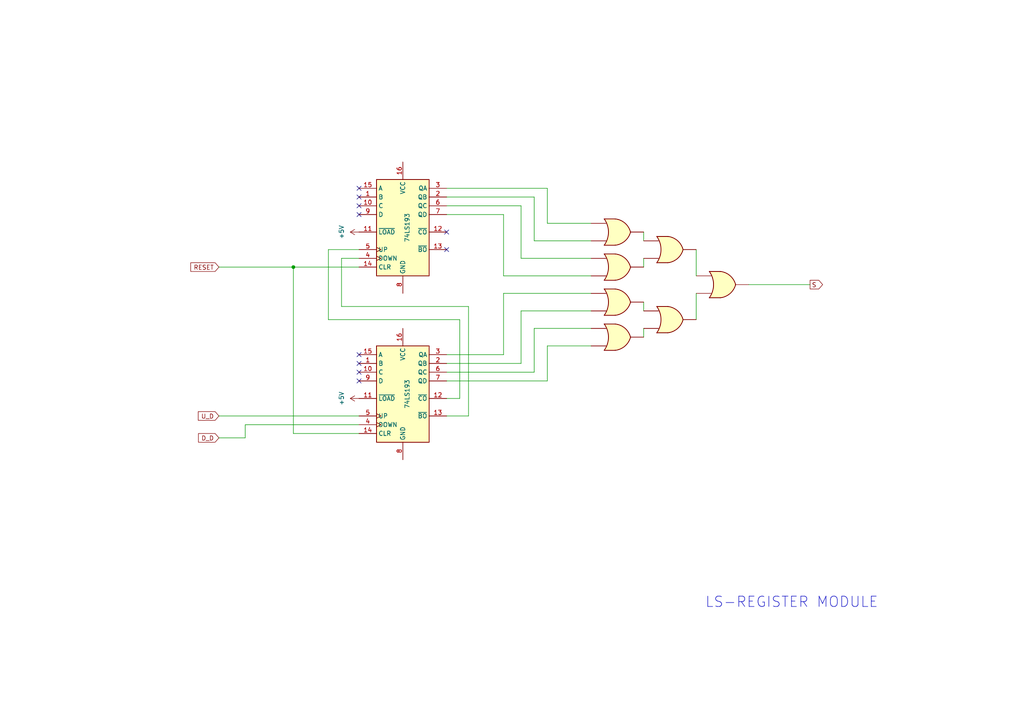
<source format=kicad_sch>
(kicad_sch (version 20230121) (generator eeschema)
  (paper "A4")
  (lib_symbols
    (symbol "74LS32_1" (pin_numbers hide) (pin_names (offset 1.016))
      (property "Reference" "U" (at 0 1.27 0))
      (property "Value" "74LS32" (at 0 -1.27 0))
      (symbol "74LS32_1_1_1"
        (arc (start -3.81 -3.81) (mid -2.589 0) (end -3.81 3.81) (stroke (width 0.254)))
        (arc (start -0.6096 -3.81) (mid 2.1842 -2.5851) (end 3.81 0) (stroke (width 0.254)) (fill (type background)))
        (polyline (pts (xy -3.81 -3.81) (xy -0.635 -3.81)) (stroke (width 0.254)) (fill (type background)))
        (polyline (pts (xy -3.81 3.81) (xy -0.635 3.81)) (stroke (width 0.254)) (fill (type background)))
        (polyline (pts (xy -0.635 3.81) (xy -3.81 3.81) (xy -3.81 3.81) (xy -3.556 3.4036) (xy -3.0226 2.2606) (xy -2.6924 1.0414) (xy -2.6162 -0.254) (xy -2.7686 -1.4986) (xy -3.175 -2.7178) (xy -3.81 -3.81) (xy -3.81 -3.81) (xy -0.635 -3.81)) (stroke (width -25.4)) (fill (type background)))
        (arc (start 3.81 0) (mid 2.1915 2.5936) (end -0.6096 3.81) (stroke (width 0.254)) (fill (type background)))
        (pin input line (at -7.62 2.54 0) (length 4.318) (name "~") (number "1"))
        (pin input line (at -7.62 -2.54 0) (length 4.318) (name "~") (number "2"))
        (pin output line (at 7.62 0 180) (length 3.81) (name "~") (number "3"))
      )
      (symbol "74LS32_1_1_2"
        (arc (start 0 -3.81) (mid 3.7934 0) (end 0 3.81) (stroke (width 0.254)) (fill (type background)))
        (polyline (pts (xy 0 3.81) (xy -3.81 3.81) (xy -3.81 -3.81) (xy 0 -3.81)) (stroke (width 0.254)) (fill (type background)))
        (pin input inverted (at -7.62 2.54 0) (length 3.81) (name "~") (number "1"))
        (pin input inverted (at -7.62 -2.54 0) (length 3.81) (name "~") (number "2"))
        (pin output inverted (at 7.62 0 180) (length 3.81) (name "~") (number "3"))
      )
      (symbol "74LS32_1_2_1"
        (arc (start -3.81 -3.81) (mid -2.589 0) (end -3.81 3.81) (stroke (width 0.254)))
        (arc (start -0.6096 -3.81) (mid 2.1842 -2.5851) (end 3.81 0) (stroke (width 0.254)) (fill (type background)))
        (polyline (pts (xy -3.81 -3.81) (xy -0.635 -3.81)) (stroke (width 0.254)) (fill (type background)))
        (polyline (pts (xy -3.81 3.81) (xy -0.635 3.81)) (stroke (width 0.254)) (fill (type background)))
        (polyline (pts (xy -0.635 3.81) (xy -3.81 3.81) (xy -3.81 3.81) (xy -3.556 3.4036) (xy -3.0226 2.2606) (xy -2.6924 1.0414) (xy -2.6162 -0.254) (xy -2.7686 -1.4986) (xy -3.175 -2.7178) (xy -3.81 -3.81) (xy -3.81 -3.81) (xy -0.635 -3.81)) (stroke (width -25.4)) (fill (type background)))
        (arc (start 3.81 0) (mid 2.1915 2.5936) (end -0.6096 3.81) (stroke (width 0.254)) (fill (type background)))
        (pin input line (at -7.62 2.54 0) (length 4.318) (name "~") (number "4"))
        (pin input line (at -7.62 -2.54 0) (length 4.318) (name "~") (number "5"))
        (pin output line (at 7.62 0 180) (length 3.81) (name "~") (number "6"))
      )
      (symbol "74LS32_1_2_2"
        (arc (start 0 -3.81) (mid 3.7934 0) (end 0 3.81) (stroke (width 0.254)) (fill (type background)))
        (polyline (pts (xy 0 3.81) (xy -3.81 3.81) (xy -3.81 -3.81) (xy 0 -3.81)) (stroke (width 0.254)) (fill (type background)))
        (pin input inverted (at -7.62 2.54 0) (length 3.81) (name "~") (number "4"))
        (pin input inverted (at -7.62 -2.54 0) (length 3.81) (name "~") (number "5"))
        (pin output inverted (at 7.62 0 180) (length 3.81) (name "~") (number "6"))
      )
      (symbol "74LS32_1_3_1"
        (arc (start -3.81 -3.81) (mid -2.589 0) (end -3.81 3.81) (stroke (width 0.254)))
        (arc (start -0.6096 -3.81) (mid 2.1842 -2.5851) (end 3.81 0) (stroke (width 0.254)) (fill (type background)))
        (polyline (pts (xy -3.81 -3.81) (xy -0.635 -3.81)) (stroke (width 0.254)) (fill (type background)))
        (polyline (pts (xy -3.81 3.81) (xy -0.635 3.81)) (stroke (width 0.254)) (fill (type background)))
        (polyline (pts (xy -0.635 3.81) (xy -3.81 3.81) (xy -3.81 3.81) (xy -3.556 3.4036) (xy -3.0226 2.2606) (xy -2.6924 1.0414) (xy -2.6162 -0.254) (xy -2.7686 -1.4986) (xy -3.175 -2.7178) (xy -3.81 -3.81) (xy -3.81 -3.81) (xy -0.635 -3.81)) (stroke (width -25.4)) (fill (type background)))
        (arc (start 3.81 0) (mid 2.1915 2.5936) (end -0.6096 3.81) (stroke (width 0.254)) (fill (type background)))
        (pin input line (at -7.62 -2.54 0) (length 4.318) (name "~") (number "10"))
        (pin output line (at 7.62 0 180) (length 3.81) (name "~") (number "8"))
        (pin input line (at -7.62 2.54 0) (length 4.318) (name "~") (number "9"))
      )
      (symbol "74LS32_1_3_2"
        (arc (start 0 -3.81) (mid 3.7934 0) (end 0 3.81) (stroke (width 0.254)) (fill (type background)))
        (polyline (pts (xy 0 3.81) (xy -3.81 3.81) (xy -3.81 -3.81) (xy 0 -3.81)) (stroke (width 0.254)) (fill (type background)))
        (pin input inverted (at -7.62 -2.54 0) (length 3.81) (name "~") (number "10"))
        (pin output inverted (at 7.62 0 180) (length 3.81) (name "~") (number "8"))
        (pin input inverted (at -7.62 2.54 0) (length 3.81) (name "~") (number "9"))
      )
      (symbol "74LS32_1_4_1"
        (arc (start -3.81 -3.81) (mid -2.589 0) (end -3.81 3.81) (stroke (width 0.254)))
        (arc (start -0.6096 -3.81) (mid 2.1842 -2.5851) (end 3.81 0) (stroke (width 0.254)) (fill (type background)))
        (polyline (pts (xy -3.81 -3.81) (xy -0.635 -3.81)) (stroke (width 0.254)) (fill (type background)))
        (polyline (pts (xy -3.81 3.81) (xy -0.635 3.81)) (stroke (width 0.254)) (fill (type background)))
        (polyline (pts (xy -0.635 3.81) (xy -3.81 3.81) (xy -3.81 3.81) (xy -3.556 3.4036) (xy -3.0226 2.2606) (xy -2.6924 1.0414) (xy -2.6162 -0.254) (xy -2.7686 -1.4986) (xy -3.175 -2.7178) (xy -3.81 -3.81) (xy -3.81 -3.81) (xy -0.635 -3.81)) (stroke (width -25.4)) (fill (type background)))
        (arc (start 3.81 0) (mid 2.1915 2.5936) (end -0.6096 3.81) (stroke (width 0.254)) (fill (type background)))
        (pin output line (at 7.62 0 180) (length 3.81) (name "~") (number "11"))
        (pin input line (at -7.62 2.54 0) (length 4.318) (name "~") (number "12"))
        (pin input line (at -7.62 -2.54 0) (length 4.318) (name "~") (number "13"))
      )
      (symbol "74LS32_1_4_2"
        (arc (start 0 -3.81) (mid 3.7934 0) (end 0 3.81) (stroke (width 0.254)) (fill (type background)))
        (polyline (pts (xy 0 3.81) (xy -3.81 3.81) (xy -3.81 -3.81) (xy 0 -3.81)) (stroke (width 0.254)) (fill (type background)))
        (pin output inverted (at 7.62 0 180) (length 3.81) (name "~") (number "11"))
        (pin input inverted (at -7.62 2.54 0) (length 3.81) (name "~") (number "12"))
        (pin input inverted (at -7.62 -2.54 0) (length 3.81) (name "~") (number "13"))
      )
      (symbol "74LS32_1_5_0"
        (pin power_in line (at 0 12.7 270) (length 5.08) (name "VCC") (number "14"))
        (pin power_in line (at 0 -12.7 90) (length 5.08) (name "GND") (number "7"))
      )
      (symbol "74LS32_1_5_1"
        (rectangle (start -5.08 7.62) (end 5.08 -7.62) (stroke (width 0.254)) (fill (type background)))
      )
    )
    (symbol "74LS32_2" (pin_numbers hide) (pin_names (offset 1.016))
      (property "Reference" "U" (at 0 1.27 0))
      (property "Value" "74LS32" (at 0 -1.27 0))
      (symbol "74LS32_2_1_1"
        (arc (start -3.81 -3.81) (mid -2.589 0) (end -3.81 3.81) (stroke (width 0.254)))
        (arc (start -0.6096 -3.81) (mid 2.1842 -2.5851) (end 3.81 0) (stroke (width 0.254)) (fill (type background)))
        (polyline (pts (xy -3.81 -3.81) (xy -0.635 -3.81)) (stroke (width 0.254)) (fill (type background)))
        (polyline (pts (xy -3.81 3.81) (xy -0.635 3.81)) (stroke (width 0.254)) (fill (type background)))
        (polyline (pts (xy -0.635 3.81) (xy -3.81 3.81) (xy -3.81 3.81) (xy -3.556 3.4036) (xy -3.0226 2.2606) (xy -2.6924 1.0414) (xy -2.6162 -0.254) (xy -2.7686 -1.4986) (xy -3.175 -2.7178) (xy -3.81 -3.81) (xy -3.81 -3.81) (xy -0.635 -3.81)) (stroke (width -25.4)) (fill (type background)))
        (arc (start 3.81 0) (mid 2.1915 2.5936) (end -0.6096 3.81) (stroke (width 0.254)) (fill (type background)))
        (pin input line (at -7.62 2.54 0) (length 4.318) (name "~") (number "1"))
        (pin input line (at -7.62 -2.54 0) (length 4.318) (name "~") (number "2"))
        (pin output line (at 7.62 0 180) (length 3.81) (name "~") (number "3"))
      )
      (symbol "74LS32_2_1_2"
        (arc (start 0 -3.81) (mid 3.7934 0) (end 0 3.81) (stroke (width 0.254)) (fill (type background)))
        (polyline (pts (xy 0 3.81) (xy -3.81 3.81) (xy -3.81 -3.81) (xy 0 -3.81)) (stroke (width 0.254)) (fill (type background)))
        (pin input inverted (at -7.62 2.54 0) (length 3.81) (name "~") (number "1"))
        (pin input inverted (at -7.62 -2.54 0) (length 3.81) (name "~") (number "2"))
        (pin output inverted (at 7.62 0 180) (length 3.81) (name "~") (number "3"))
      )
      (symbol "74LS32_2_2_1"
        (arc (start -3.81 -3.81) (mid -2.589 0) (end -3.81 3.81) (stroke (width 0.254)))
        (arc (start -0.6096 -3.81) (mid 2.1842 -2.5851) (end 3.81 0) (stroke (width 0.254)) (fill (type background)))
        (polyline (pts (xy -3.81 -3.81) (xy -0.635 -3.81)) (stroke (width 0.254)) (fill (type background)))
        (polyline (pts (xy -3.81 3.81) (xy -0.635 3.81)) (stroke (width 0.254)) (fill (type background)))
        (polyline (pts (xy -0.635 3.81) (xy -3.81 3.81) (xy -3.81 3.81) (xy -3.556 3.4036) (xy -3.0226 2.2606) (xy -2.6924 1.0414) (xy -2.6162 -0.254) (xy -2.7686 -1.4986) (xy -3.175 -2.7178) (xy -3.81 -3.81) (xy -3.81 -3.81) (xy -0.635 -3.81)) (stroke (width -25.4)) (fill (type background)))
        (arc (start 3.81 0) (mid 2.1915 2.5936) (end -0.6096 3.81) (stroke (width 0.254)) (fill (type background)))
        (pin input line (at -7.62 2.54 0) (length 4.318) (name "~") (number "4"))
        (pin input line (at -7.62 -2.54 0) (length 4.318) (name "~") (number "5"))
        (pin output line (at 7.62 0 180) (length 3.81) (name "~") (number "6"))
      )
      (symbol "74LS32_2_2_2"
        (arc (start 0 -3.81) (mid 3.7934 0) (end 0 3.81) (stroke (width 0.254)) (fill (type background)))
        (polyline (pts (xy 0 3.81) (xy -3.81 3.81) (xy -3.81 -3.81) (xy 0 -3.81)) (stroke (width 0.254)) (fill (type background)))
        (pin input inverted (at -7.62 2.54 0) (length 3.81) (name "~") (number "4"))
        (pin input inverted (at -7.62 -2.54 0) (length 3.81) (name "~") (number "5"))
        (pin output inverted (at 7.62 0 180) (length 3.81) (name "~") (number "6"))
      )
      (symbol "74LS32_2_3_1"
        (arc (start -3.81 -3.81) (mid -2.589 0) (end -3.81 3.81) (stroke (width 0.254)))
        (arc (start -0.6096 -3.81) (mid 2.1842 -2.5851) (end 3.81 0) (stroke (width 0.254)) (fill (type background)))
        (polyline (pts (xy -3.81 -3.81) (xy -0.635 -3.81)) (stroke (width 0.254)) (fill (type background)))
        (polyline (pts (xy -3.81 3.81) (xy -0.635 3.81)) (stroke (width 0.254)) (fill (type background)))
        (polyline (pts (xy -0.635 3.81) (xy -3.81 3.81) (xy -3.81 3.81) (xy -3.556 3.4036) (xy -3.0226 2.2606) (xy -2.6924 1.0414) (xy -2.6162 -0.254) (xy -2.7686 -1.4986) (xy -3.175 -2.7178) (xy -3.81 -3.81) (xy -3.81 -3.81) (xy -0.635 -3.81)) (stroke (width -25.4)) (fill (type background)))
        (arc (start 3.81 0) (mid 2.1915 2.5936) (end -0.6096 3.81) (stroke (width 0.254)) (fill (type background)))
        (pin input line (at -7.62 -2.54 0) (length 4.318) (name "~") (number "10"))
        (pin output line (at 7.62 0 180) (length 3.81) (name "~") (number "8"))
        (pin input line (at -7.62 2.54 0) (length 4.318) (name "~") (number "9"))
      )
      (symbol "74LS32_2_3_2"
        (arc (start 0 -3.81) (mid 3.7934 0) (end 0 3.81) (stroke (width 0.254)) (fill (type background)))
        (polyline (pts (xy 0 3.81) (xy -3.81 3.81) (xy -3.81 -3.81) (xy 0 -3.81)) (stroke (width 0.254)) (fill (type background)))
        (pin input inverted (at -7.62 -2.54 0) (length 3.81) (name "~") (number "10"))
        (pin output inverted (at 7.62 0 180) (length 3.81) (name "~") (number "8"))
        (pin input inverted (at -7.62 2.54 0) (length 3.81) (name "~") (number "9"))
      )
      (symbol "74LS32_2_4_1"
        (arc (start -3.81 -3.81) (mid -2.589 0) (end -3.81 3.81) (stroke (width 0.254)))
        (arc (start -0.6096 -3.81) (mid 2.1842 -2.5851) (end 3.81 0) (stroke (width 0.254)) (fill (type background)))
        (polyline (pts (xy -3.81 -3.81) (xy -0.635 -3.81)) (stroke (width 0.254)) (fill (type background)))
        (polyline (pts (xy -3.81 3.81) (xy -0.635 3.81)) (stroke (width 0.254)) (fill (type background)))
        (polyline (pts (xy -0.635 3.81) (xy -3.81 3.81) (xy -3.81 3.81) (xy -3.556 3.4036) (xy -3.0226 2.2606) (xy -2.6924 1.0414) (xy -2.6162 -0.254) (xy -2.7686 -1.4986) (xy -3.175 -2.7178) (xy -3.81 -3.81) (xy -3.81 -3.81) (xy -0.635 -3.81)) (stroke (width -25.4)) (fill (type background)))
        (arc (start 3.81 0) (mid 2.1915 2.5936) (end -0.6096 3.81) (stroke (width 0.254)) (fill (type background)))
        (pin output line (at 7.62 0 180) (length 3.81) (name "~") (number "11"))
        (pin input line (at -7.62 2.54 0) (length 4.318) (name "~") (number "12"))
        (pin input line (at -7.62 -2.54 0) (length 4.318) (name "~") (number "13"))
      )
      (symbol "74LS32_2_4_2"
        (arc (start 0 -3.81) (mid 3.7934 0) (end 0 3.81) (stroke (width 0.254)) (fill (type background)))
        (polyline (pts (xy 0 3.81) (xy -3.81 3.81) (xy -3.81 -3.81) (xy 0 -3.81)) (stroke (width 0.254)) (fill (type background)))
        (pin output inverted (at 7.62 0 180) (length 3.81) (name "~") (number "11"))
        (pin input inverted (at -7.62 2.54 0) (length 3.81) (name "~") (number "12"))
        (pin input inverted (at -7.62 -2.54 0) (length 3.81) (name "~") (number "13"))
      )
      (symbol "74LS32_2_5_0"
        (pin power_in line (at 0 12.7 270) (length 5.08) (name "VCC") (number "14"))
        (pin power_in line (at 0 -12.7 90) (length 5.08) (name "GND") (number "7"))
      )
      (symbol "74LS32_2_5_1"
        (rectangle (start -5.08 7.62) (end 5.08 -7.62) (stroke (width 0.254)) (fill (type background)))
      )
    )
    (symbol "74LS32_3" (pin_numbers hide) (pin_names (offset 1.016))
      (property "Reference" "U" (at 0 1.27 0))
      (property "Value" "74LS32" (at 0 -1.27 0))
      (symbol "74LS32_3_1_1"
        (arc (start -3.81 -3.81) (mid -2.589 0) (end -3.81 3.81) (stroke (width 0.254)))
        (arc (start -0.6096 -3.81) (mid 2.1842 -2.5851) (end 3.81 0) (stroke (width 0.254)) (fill (type background)))
        (polyline (pts (xy -3.81 -3.81) (xy -0.635 -3.81)) (stroke (width 0.254)) (fill (type background)))
        (polyline (pts (xy -3.81 3.81) (xy -0.635 3.81)) (stroke (width 0.254)) (fill (type background)))
        (polyline (pts (xy -0.635 3.81) (xy -3.81 3.81) (xy -3.81 3.81) (xy -3.556 3.4036) (xy -3.0226 2.2606) (xy -2.6924 1.0414) (xy -2.6162 -0.254) (xy -2.7686 -1.4986) (xy -3.175 -2.7178) (xy -3.81 -3.81) (xy -3.81 -3.81) (xy -0.635 -3.81)) (stroke (width -25.4)) (fill (type background)))
        (arc (start 3.81 0) (mid 2.1915 2.5936) (end -0.6096 3.81) (stroke (width 0.254)) (fill (type background)))
        (pin input line (at -7.62 2.54 0) (length 4.318) (name "~") (number "1"))
        (pin input line (at -7.62 -2.54 0) (length 4.318) (name "~") (number "2"))
        (pin output line (at 7.62 0 180) (length 3.81) (name "~") (number "3"))
      )
      (symbol "74LS32_3_1_2"
        (arc (start 0 -3.81) (mid 3.7934 0) (end 0 3.81) (stroke (width 0.254)) (fill (type background)))
        (polyline (pts (xy 0 3.81) (xy -3.81 3.81) (xy -3.81 -3.81) (xy 0 -3.81)) (stroke (width 0.254)) (fill (type background)))
        (pin input inverted (at -7.62 2.54 0) (length 3.81) (name "~") (number "1"))
        (pin input inverted (at -7.62 -2.54 0) (length 3.81) (name "~") (number "2"))
        (pin output inverted (at 7.62 0 180) (length 3.81) (name "~") (number "3"))
      )
      (symbol "74LS32_3_2_1"
        (arc (start -3.81 -3.81) (mid -2.589 0) (end -3.81 3.81) (stroke (width 0.254)))
        (arc (start -0.6096 -3.81) (mid 2.1842 -2.5851) (end 3.81 0) (stroke (width 0.254)) (fill (type background)))
        (polyline (pts (xy -3.81 -3.81) (xy -0.635 -3.81)) (stroke (width 0.254)) (fill (type background)))
        (polyline (pts (xy -3.81 3.81) (xy -0.635 3.81)) (stroke (width 0.254)) (fill (type background)))
        (polyline (pts (xy -0.635 3.81) (xy -3.81 3.81) (xy -3.81 3.81) (xy -3.556 3.4036) (xy -3.0226 2.2606) (xy -2.6924 1.0414) (xy -2.6162 -0.254) (xy -2.7686 -1.4986) (xy -3.175 -2.7178) (xy -3.81 -3.81) (xy -3.81 -3.81) (xy -0.635 -3.81)) (stroke (width -25.4)) (fill (type background)))
        (arc (start 3.81 0) (mid 2.1915 2.5936) (end -0.6096 3.81) (stroke (width 0.254)) (fill (type background)))
        (pin input line (at -7.62 2.54 0) (length 4.318) (name "~") (number "4"))
        (pin input line (at -7.62 -2.54 0) (length 4.318) (name "~") (number "5"))
        (pin output line (at 7.62 0 180) (length 3.81) (name "~") (number "6"))
      )
      (symbol "74LS32_3_2_2"
        (arc (start 0 -3.81) (mid 3.7934 0) (end 0 3.81) (stroke (width 0.254)) (fill (type background)))
        (polyline (pts (xy 0 3.81) (xy -3.81 3.81) (xy -3.81 -3.81) (xy 0 -3.81)) (stroke (width 0.254)) (fill (type background)))
        (pin input inverted (at -7.62 2.54 0) (length 3.81) (name "~") (number "4"))
        (pin input inverted (at -7.62 -2.54 0) (length 3.81) (name "~") (number "5"))
        (pin output inverted (at 7.62 0 180) (length 3.81) (name "~") (number "6"))
      )
      (symbol "74LS32_3_3_1"
        (arc (start -3.81 -3.81) (mid -2.589 0) (end -3.81 3.81) (stroke (width 0.254)))
        (arc (start -0.6096 -3.81) (mid 2.1842 -2.5851) (end 3.81 0) (stroke (width 0.254)) (fill (type background)))
        (polyline (pts (xy -3.81 -3.81) (xy -0.635 -3.81)) (stroke (width 0.254)) (fill (type background)))
        (polyline (pts (xy -3.81 3.81) (xy -0.635 3.81)) (stroke (width 0.254)) (fill (type background)))
        (polyline (pts (xy -0.635 3.81) (xy -3.81 3.81) (xy -3.81 3.81) (xy -3.556 3.4036) (xy -3.0226 2.2606) (xy -2.6924 1.0414) (xy -2.6162 -0.254) (xy -2.7686 -1.4986) (xy -3.175 -2.7178) (xy -3.81 -3.81) (xy -3.81 -3.81) (xy -0.635 -3.81)) (stroke (width -25.4)) (fill (type background)))
        (arc (start 3.81 0) (mid 2.1915 2.5936) (end -0.6096 3.81) (stroke (width 0.254)) (fill (type background)))
        (pin input line (at -7.62 -2.54 0) (length 4.318) (name "~") (number "10"))
        (pin output line (at 7.62 0 180) (length 3.81) (name "~") (number "8"))
        (pin input line (at -7.62 2.54 0) (length 4.318) (name "~") (number "9"))
      )
      (symbol "74LS32_3_3_2"
        (arc (start 0 -3.81) (mid 3.7934 0) (end 0 3.81) (stroke (width 0.254)) (fill (type background)))
        (polyline (pts (xy 0 3.81) (xy -3.81 3.81) (xy -3.81 -3.81) (xy 0 -3.81)) (stroke (width 0.254)) (fill (type background)))
        (pin input inverted (at -7.62 -2.54 0) (length 3.81) (name "~") (number "10"))
        (pin output inverted (at 7.62 0 180) (length 3.81) (name "~") (number "8"))
        (pin input inverted (at -7.62 2.54 0) (length 3.81) (name "~") (number "9"))
      )
      (symbol "74LS32_3_4_1"
        (arc (start -3.81 -3.81) (mid -2.589 0) (end -3.81 3.81) (stroke (width 0.254)))
        (arc (start -0.6096 -3.81) (mid 2.1842 -2.5851) (end 3.81 0) (stroke (width 0.254)) (fill (type background)))
        (polyline (pts (xy -3.81 -3.81) (xy -0.635 -3.81)) (stroke (width 0.254)) (fill (type background)))
        (polyline (pts (xy -3.81 3.81) (xy -0.635 3.81)) (stroke (width 0.254)) (fill (type background)))
        (polyline (pts (xy -0.635 3.81) (xy -3.81 3.81) (xy -3.81 3.81) (xy -3.556 3.4036) (xy -3.0226 2.2606) (xy -2.6924 1.0414) (xy -2.6162 -0.254) (xy -2.7686 -1.4986) (xy -3.175 -2.7178) (xy -3.81 -3.81) (xy -3.81 -3.81) (xy -0.635 -3.81)) (stroke (width -25.4)) (fill (type background)))
        (arc (start 3.81 0) (mid 2.1915 2.5936) (end -0.6096 3.81) (stroke (width 0.254)) (fill (type background)))
        (pin output line (at 7.62 0 180) (length 3.81) (name "~") (number "11"))
        (pin input line (at -7.62 2.54 0) (length 4.318) (name "~") (number "12"))
        (pin input line (at -7.62 -2.54 0) (length 4.318) (name "~") (number "13"))
      )
      (symbol "74LS32_3_4_2"
        (arc (start 0 -3.81) (mid 3.7934 0) (end 0 3.81) (stroke (width 0.254)) (fill (type background)))
        (polyline (pts (xy 0 3.81) (xy -3.81 3.81) (xy -3.81 -3.81) (xy 0 -3.81)) (stroke (width 0.254)) (fill (type background)))
        (pin output inverted (at 7.62 0 180) (length 3.81) (name "~") (number "11"))
        (pin input inverted (at -7.62 2.54 0) (length 3.81) (name "~") (number "12"))
        (pin input inverted (at -7.62 -2.54 0) (length 3.81) (name "~") (number "13"))
      )
      (symbol "74LS32_3_5_0"
        (pin power_in line (at 0 12.7 270) (length 5.08) (name "VCC") (number "14"))
        (pin power_in line (at 0 -12.7 90) (length 5.08) (name "GND") (number "7"))
      )
      (symbol "74LS32_3_5_1"
        (rectangle (start -5.08 7.62) (end 5.08 -7.62) (stroke (width 0.254)) (fill (type background)))
      )
    )
    (symbol "74LS32_4" (pin_numbers hide) (pin_names (offset 1.016))
      (property "Reference" "U" (at 0 1.27 0))
      (property "Value" "74LS32" (at 0 -1.27 0))
      (symbol "74LS32_4_1_1"
        (arc (start -3.81 -3.81) (mid -2.589 0) (end -3.81 3.81) (stroke (width 0.254)))
        (arc (start -0.6096 -3.81) (mid 2.1842 -2.5851) (end 3.81 0) (stroke (width 0.254)) (fill (type background)))
        (polyline (pts (xy -3.81 -3.81) (xy -0.635 -3.81)) (stroke (width 0.254)) (fill (type background)))
        (polyline (pts (xy -3.81 3.81) (xy -0.635 3.81)) (stroke (width 0.254)) (fill (type background)))
        (polyline (pts (xy -0.635 3.81) (xy -3.81 3.81) (xy -3.81 3.81) (xy -3.556 3.4036) (xy -3.0226 2.2606) (xy -2.6924 1.0414) (xy -2.6162 -0.254) (xy -2.7686 -1.4986) (xy -3.175 -2.7178) (xy -3.81 -3.81) (xy -3.81 -3.81) (xy -0.635 -3.81)) (stroke (width -25.4)) (fill (type background)))
        (arc (start 3.81 0) (mid 2.1915 2.5936) (end -0.6096 3.81) (stroke (width 0.254)) (fill (type background)))
        (pin input line (at -7.62 2.54 0) (length 4.318) (name "~") (number "1"))
        (pin input line (at -7.62 -2.54 0) (length 4.318) (name "~") (number "2"))
        (pin output line (at 7.62 0 180) (length 3.81) (name "~") (number "3"))
      )
      (symbol "74LS32_4_1_2"
        (arc (start 0 -3.81) (mid 3.7934 0) (end 0 3.81) (stroke (width 0.254)) (fill (type background)))
        (polyline (pts (xy 0 3.81) (xy -3.81 3.81) (xy -3.81 -3.81) (xy 0 -3.81)) (stroke (width 0.254)) (fill (type background)))
        (pin input inverted (at -7.62 2.54 0) (length 3.81) (name "~") (number "1"))
        (pin input inverted (at -7.62 -2.54 0) (length 3.81) (name "~") (number "2"))
        (pin output inverted (at 7.62 0 180) (length 3.81) (name "~") (number "3"))
      )
      (symbol "74LS32_4_2_1"
        (arc (start -3.81 -3.81) (mid -2.589 0) (end -3.81 3.81) (stroke (width 0.254)))
        (arc (start -0.6096 -3.81) (mid 2.1842 -2.5851) (end 3.81 0) (stroke (width 0.254)) (fill (type background)))
        (polyline (pts (xy -3.81 -3.81) (xy -0.635 -3.81)) (stroke (width 0.254)) (fill (type background)))
        (polyline (pts (xy -3.81 3.81) (xy -0.635 3.81)) (stroke (width 0.254)) (fill (type background)))
        (polyline (pts (xy -0.635 3.81) (xy -3.81 3.81) (xy -3.81 3.81) (xy -3.556 3.4036) (xy -3.0226 2.2606) (xy -2.6924 1.0414) (xy -2.6162 -0.254) (xy -2.7686 -1.4986) (xy -3.175 -2.7178) (xy -3.81 -3.81) (xy -3.81 -3.81) (xy -0.635 -3.81)) (stroke (width -25.4)) (fill (type background)))
        (arc (start 3.81 0) (mid 2.1915 2.5936) (end -0.6096 3.81) (stroke (width 0.254)) (fill (type background)))
        (pin input line (at -7.62 2.54 0) (length 4.318) (name "~") (number "4"))
        (pin input line (at -7.62 -2.54 0) (length 4.318) (name "~") (number "5"))
        (pin output line (at 7.62 0 180) (length 3.81) (name "~") (number "6"))
      )
      (symbol "74LS32_4_2_2"
        (arc (start 0 -3.81) (mid 3.7934 0) (end 0 3.81) (stroke (width 0.254)) (fill (type background)))
        (polyline (pts (xy 0 3.81) (xy -3.81 3.81) (xy -3.81 -3.81) (xy 0 -3.81)) (stroke (width 0.254)) (fill (type background)))
        (pin input inverted (at -7.62 2.54 0) (length 3.81) (name "~") (number "4"))
        (pin input inverted (at -7.62 -2.54 0) (length 3.81) (name "~") (number "5"))
        (pin output inverted (at 7.62 0 180) (length 3.81) (name "~") (number "6"))
      )
      (symbol "74LS32_4_3_1"
        (arc (start -3.81 -3.81) (mid -2.589 0) (end -3.81 3.81) (stroke (width 0.254)))
        (arc (start -0.6096 -3.81) (mid 2.1842 -2.5851) (end 3.81 0) (stroke (width 0.254)) (fill (type background)))
        (polyline (pts (xy -3.81 -3.81) (xy -0.635 -3.81)) (stroke (width 0.254)) (fill (type background)))
        (polyline (pts (xy -3.81 3.81) (xy -0.635 3.81)) (stroke (width 0.254)) (fill (type background)))
        (polyline (pts (xy -0.635 3.81) (xy -3.81 3.81) (xy -3.81 3.81) (xy -3.556 3.4036) (xy -3.0226 2.2606) (xy -2.6924 1.0414) (xy -2.6162 -0.254) (xy -2.7686 -1.4986) (xy -3.175 -2.7178) (xy -3.81 -3.81) (xy -3.81 -3.81) (xy -0.635 -3.81)) (stroke (width -25.4)) (fill (type background)))
        (arc (start 3.81 0) (mid 2.1915 2.5936) (end -0.6096 3.81) (stroke (width 0.254)) (fill (type background)))
        (pin input line (at -7.62 -2.54 0) (length 4.318) (name "~") (number "10"))
        (pin output line (at 7.62 0 180) (length 3.81) (name "~") (number "8"))
        (pin input line (at -7.62 2.54 0) (length 4.318) (name "~") (number "9"))
      )
      (symbol "74LS32_4_3_2"
        (arc (start 0 -3.81) (mid 3.7934 0) (end 0 3.81) (stroke (width 0.254)) (fill (type background)))
        (polyline (pts (xy 0 3.81) (xy -3.81 3.81) (xy -3.81 -3.81) (xy 0 -3.81)) (stroke (width 0.254)) (fill (type background)))
        (pin input inverted (at -7.62 -2.54 0) (length 3.81) (name "~") (number "10"))
        (pin output inverted (at 7.62 0 180) (length 3.81) (name "~") (number "8"))
        (pin input inverted (at -7.62 2.54 0) (length 3.81) (name "~") (number "9"))
      )
      (symbol "74LS32_4_4_1"
        (arc (start -3.81 -3.81) (mid -2.589 0) (end -3.81 3.81) (stroke (width 0.254)))
        (arc (start -0.6096 -3.81) (mid 2.1842 -2.5851) (end 3.81 0) (stroke (width 0.254)) (fill (type background)))
        (polyline (pts (xy -3.81 -3.81) (xy -0.635 -3.81)) (stroke (width 0.254)) (fill (type background)))
        (polyline (pts (xy -3.81 3.81) (xy -0.635 3.81)) (stroke (width 0.254)) (fill (type background)))
        (polyline (pts (xy -0.635 3.81) (xy -3.81 3.81) (xy -3.81 3.81) (xy -3.556 3.4036) (xy -3.0226 2.2606) (xy -2.6924 1.0414) (xy -2.6162 -0.254) (xy -2.7686 -1.4986) (xy -3.175 -2.7178) (xy -3.81 -3.81) (xy -3.81 -3.81) (xy -0.635 -3.81)) (stroke (width -25.4)) (fill (type background)))
        (arc (start 3.81 0) (mid 2.1915 2.5936) (end -0.6096 3.81) (stroke (width 0.254)) (fill (type background)))
        (pin output line (at 7.62 0 180) (length 3.81) (name "~") (number "11"))
        (pin input line (at -7.62 2.54 0) (length 4.318) (name "~") (number "12"))
        (pin input line (at -7.62 -2.54 0) (length 4.318) (name "~") (number "13"))
      )
      (symbol "74LS32_4_4_2"
        (arc (start 0 -3.81) (mid 3.7934 0) (end 0 3.81) (stroke (width 0.254)) (fill (type background)))
        (polyline (pts (xy 0 3.81) (xy -3.81 3.81) (xy -3.81 -3.81) (xy 0 -3.81)) (stroke (width 0.254)) (fill (type background)))
        (pin output inverted (at 7.62 0 180) (length 3.81) (name "~") (number "11"))
        (pin input inverted (at -7.62 2.54 0) (length 3.81) (name "~") (number "12"))
        (pin input inverted (at -7.62 -2.54 0) (length 3.81) (name "~") (number "13"))
      )
      (symbol "74LS32_4_5_0"
        (pin power_in line (at 0 12.7 270) (length 5.08) (name "VCC") (number "14"))
        (pin power_in line (at 0 -12.7 90) (length 5.08) (name "GND") (number "7"))
      )
      (symbol "74LS32_4_5_1"
        (rectangle (start -5.08 7.62) (end 5.08 -7.62) (stroke (width 0.254)) (fill (type background)))
      )
    )
    (symbol "74LS32_5" (pin_numbers hide) (pin_names (offset 1.016))
      (property "Reference" "U" (at 0 1.27 0))
      (property "Value" "74LS32" (at 0 -1.27 0))
      (symbol "74LS32_5_1_1"
        (arc (start -3.81 -3.81) (mid -2.589 0) (end -3.81 3.81) (stroke (width 0.254)))
        (arc (start -0.6096 -3.81) (mid 2.1842 -2.5851) (end 3.81 0) (stroke (width 0.254)) (fill (type background)))
        (polyline (pts (xy -3.81 -3.81) (xy -0.635 -3.81)) (stroke (width 0.254)) (fill (type background)))
        (polyline (pts (xy -3.81 3.81) (xy -0.635 3.81)) (stroke (width 0.254)) (fill (type background)))
        (polyline (pts (xy -0.635 3.81) (xy -3.81 3.81) (xy -3.81 3.81) (xy -3.556 3.4036) (xy -3.0226 2.2606) (xy -2.6924 1.0414) (xy -2.6162 -0.254) (xy -2.7686 -1.4986) (xy -3.175 -2.7178) (xy -3.81 -3.81) (xy -3.81 -3.81) (xy -0.635 -3.81)) (stroke (width -25.4)) (fill (type background)))
        (arc (start 3.81 0) (mid 2.1915 2.5936) (end -0.6096 3.81) (stroke (width 0.254)) (fill (type background)))
        (pin input line (at -7.62 2.54 0) (length 4.318) (name "~") (number "1"))
        (pin input line (at -7.62 -2.54 0) (length 4.318) (name "~") (number "2"))
        (pin output line (at 7.62 0 180) (length 3.81) (name "~") (number "3"))
      )
      (symbol "74LS32_5_1_2"
        (arc (start 0 -3.81) (mid 3.7934 0) (end 0 3.81) (stroke (width 0.254)) (fill (type background)))
        (polyline (pts (xy 0 3.81) (xy -3.81 3.81) (xy -3.81 -3.81) (xy 0 -3.81)) (stroke (width 0.254)) (fill (type background)))
        (pin input inverted (at -7.62 2.54 0) (length 3.81) (name "~") (number "1"))
        (pin input inverted (at -7.62 -2.54 0) (length 3.81) (name "~") (number "2"))
        (pin output inverted (at 7.62 0 180) (length 3.81) (name "~") (number "3"))
      )
      (symbol "74LS32_5_2_1"
        (arc (start -3.81 -3.81) (mid -2.589 0) (end -3.81 3.81) (stroke (width 0.254)))
        (arc (start -0.6096 -3.81) (mid 2.1842 -2.5851) (end 3.81 0) (stroke (width 0.254)) (fill (type background)))
        (polyline (pts (xy -3.81 -3.81) (xy -0.635 -3.81)) (stroke (width 0.254)) (fill (type background)))
        (polyline (pts (xy -3.81 3.81) (xy -0.635 3.81)) (stroke (width 0.254)) (fill (type background)))
        (polyline (pts (xy -0.635 3.81) (xy -3.81 3.81) (xy -3.81 3.81) (xy -3.556 3.4036) (xy -3.0226 2.2606) (xy -2.6924 1.0414) (xy -2.6162 -0.254) (xy -2.7686 -1.4986) (xy -3.175 -2.7178) (xy -3.81 -3.81) (xy -3.81 -3.81) (xy -0.635 -3.81)) (stroke (width -25.4)) (fill (type background)))
        (arc (start 3.81 0) (mid 2.1915 2.5936) (end -0.6096 3.81) (stroke (width 0.254)) (fill (type background)))
        (pin input line (at -7.62 2.54 0) (length 4.318) (name "~") (number "4"))
        (pin input line (at -7.62 -2.54 0) (length 4.318) (name "~") (number "5"))
        (pin output line (at 7.62 0 180) (length 3.81) (name "~") (number "6"))
      )
      (symbol "74LS32_5_2_2"
        (arc (start 0 -3.81) (mid 3.7934 0) (end 0 3.81) (stroke (width 0.254)) (fill (type background)))
        (polyline (pts (xy 0 3.81) (xy -3.81 3.81) (xy -3.81 -3.81) (xy 0 -3.81)) (stroke (width 0.254)) (fill (type background)))
        (pin input inverted (at -7.62 2.54 0) (length 3.81) (name "~") (number "4"))
        (pin input inverted (at -7.62 -2.54 0) (length 3.81) (name "~") (number "5"))
        (pin output inverted (at 7.62 0 180) (length 3.81) (name "~") (number "6"))
      )
      (symbol "74LS32_5_3_1"
        (arc (start -3.81 -3.81) (mid -2.589 0) (end -3.81 3.81) (stroke (width 0.254)))
        (arc (start -0.6096 -3.81) (mid 2.1842 -2.5851) (end 3.81 0) (stroke (width 0.254)) (fill (type background)))
        (polyline (pts (xy -3.81 -3.81) (xy -0.635 -3.81)) (stroke (width 0.254)) (fill (type background)))
        (polyline (pts (xy -3.81 3.81) (xy -0.635 3.81)) (stroke (width 0.254)) (fill (type background)))
        (polyline (pts (xy -0.635 3.81) (xy -3.81 3.81) (xy -3.81 3.81) (xy -3.556 3.4036) (xy -3.0226 2.2606) (xy -2.6924 1.0414) (xy -2.6162 -0.254) (xy -2.7686 -1.4986) (xy -3.175 -2.7178) (xy -3.81 -3.81) (xy -3.81 -3.81) (xy -0.635 -3.81)) (stroke (width -25.4)) (fill (type background)))
        (arc (start 3.81 0) (mid 2.1915 2.5936) (end -0.6096 3.81) (stroke (width 0.254)) (fill (type background)))
        (pin input line (at -7.62 -2.54 0) (length 4.318) (name "~") (number "10"))
        (pin output line (at 7.62 0 180) (length 3.81) (name "~") (number "8"))
        (pin input line (at -7.62 2.54 0) (length 4.318) (name "~") (number "9"))
      )
      (symbol "74LS32_5_3_2"
        (arc (start 0 -3.81) (mid 3.7934 0) (end 0 3.81) (stroke (width 0.254)) (fill (type background)))
        (polyline (pts (xy 0 3.81) (xy -3.81 3.81) (xy -3.81 -3.81) (xy 0 -3.81)) (stroke (width 0.254)) (fill (type background)))
        (pin input inverted (at -7.62 -2.54 0) (length 3.81) (name "~") (number "10"))
        (pin output inverted (at 7.62 0 180) (length 3.81) (name "~") (number "8"))
        (pin input inverted (at -7.62 2.54 0) (length 3.81) (name "~") (number "9"))
      )
      (symbol "74LS32_5_4_1"
        (arc (start -3.81 -3.81) (mid -2.589 0) (end -3.81 3.81) (stroke (width 0.254)))
        (arc (start -0.6096 -3.81) (mid 2.1842 -2.5851) (end 3.81 0) (stroke (width 0.254)) (fill (type background)))
        (polyline (pts (xy -3.81 -3.81) (xy -0.635 -3.81)) (stroke (width 0.254)) (fill (type background)))
        (polyline (pts (xy -3.81 3.81) (xy -0.635 3.81)) (stroke (width 0.254)) (fill (type background)))
        (polyline (pts (xy -0.635 3.81) (xy -3.81 3.81) (xy -3.81 3.81) (xy -3.556 3.4036) (xy -3.0226 2.2606) (xy -2.6924 1.0414) (xy -2.6162 -0.254) (xy -2.7686 -1.4986) (xy -3.175 -2.7178) (xy -3.81 -3.81) (xy -3.81 -3.81) (xy -0.635 -3.81)) (stroke (width -25.4)) (fill (type background)))
        (arc (start 3.81 0) (mid 2.1915 2.5936) (end -0.6096 3.81) (stroke (width 0.254)) (fill (type background)))
        (pin output line (at 7.62 0 180) (length 3.81) (name "~") (number "11"))
        (pin input line (at -7.62 2.54 0) (length 4.318) (name "~") (number "12"))
        (pin input line (at -7.62 -2.54 0) (length 4.318) (name "~") (number "13"))
      )
      (symbol "74LS32_5_4_2"
        (arc (start 0 -3.81) (mid 3.7934 0) (end 0 3.81) (stroke (width 0.254)) (fill (type background)))
        (polyline (pts (xy 0 3.81) (xy -3.81 3.81) (xy -3.81 -3.81) (xy 0 -3.81)) (stroke (width 0.254)) (fill (type background)))
        (pin output inverted (at 7.62 0 180) (length 3.81) (name "~") (number "11"))
        (pin input inverted (at -7.62 2.54 0) (length 3.81) (name "~") (number "12"))
        (pin input inverted (at -7.62 -2.54 0) (length 3.81) (name "~") (number "13"))
      )
      (symbol "74LS32_5_5_0"
        (pin power_in line (at 0 12.7 270) (length 5.08) (name "VCC") (number "14"))
        (pin power_in line (at 0 -12.7 90) (length 5.08) (name "GND") (number "7"))
      )
      (symbol "74LS32_5_5_1"
        (rectangle (start -5.08 7.62) (end 5.08 -7.62) (stroke (width 0.254)) (fill (type background)))
      )
    )
    (symbol "74LS32_6" (pin_numbers hide) (pin_names (offset 1.016))
      (property "Reference" "U" (at 0 1.27 0))
      (property "Value" "74LS32" (at 0 -1.27 0))
      (symbol "74LS32_6_1_1"
        (arc (start -3.81 -3.81) (mid -2.589 0) (end -3.81 3.81) (stroke (width 0.254)))
        (arc (start -0.6096 -3.81) (mid 2.1842 -2.5851) (end 3.81 0) (stroke (width 0.254)) (fill (type background)))
        (polyline (pts (xy -3.81 -3.81) (xy -0.635 -3.81)) (stroke (width 0.254)) (fill (type background)))
        (polyline (pts (xy -3.81 3.81) (xy -0.635 3.81)) (stroke (width 0.254)) (fill (type background)))
        (polyline (pts (xy -0.635 3.81) (xy -3.81 3.81) (xy -3.81 3.81) (xy -3.556 3.4036) (xy -3.0226 2.2606) (xy -2.6924 1.0414) (xy -2.6162 -0.254) (xy -2.7686 -1.4986) (xy -3.175 -2.7178) (xy -3.81 -3.81) (xy -3.81 -3.81) (xy -0.635 -3.81)) (stroke (width -25.4)) (fill (type background)))
        (arc (start 3.81 0) (mid 2.1915 2.5936) (end -0.6096 3.81) (stroke (width 0.254)) (fill (type background)))
        (pin input line (at -7.62 2.54 0) (length 4.318) (name "~") (number "1"))
        (pin input line (at -7.62 -2.54 0) (length 4.318) (name "~") (number "2"))
        (pin output line (at 7.62 0 180) (length 3.81) (name "~") (number "3"))
      )
      (symbol "74LS32_6_1_2"
        (arc (start 0 -3.81) (mid 3.7934 0) (end 0 3.81) (stroke (width 0.254)) (fill (type background)))
        (polyline (pts (xy 0 3.81) (xy -3.81 3.81) (xy -3.81 -3.81) (xy 0 -3.81)) (stroke (width 0.254)) (fill (type background)))
        (pin input inverted (at -7.62 2.54 0) (length 3.81) (name "~") (number "1"))
        (pin input inverted (at -7.62 -2.54 0) (length 3.81) (name "~") (number "2"))
        (pin output inverted (at 7.62 0 180) (length 3.81) (name "~") (number "3"))
      )
      (symbol "74LS32_6_2_1"
        (arc (start -3.81 -3.81) (mid -2.589 0) (end -3.81 3.81) (stroke (width 0.254)))
        (arc (start -0.6096 -3.81) (mid 2.1842 -2.5851) (end 3.81 0) (stroke (width 0.254)) (fill (type background)))
        (polyline (pts (xy -3.81 -3.81) (xy -0.635 -3.81)) (stroke (width 0.254)) (fill (type background)))
        (polyline (pts (xy -3.81 3.81) (xy -0.635 3.81)) (stroke (width 0.254)) (fill (type background)))
        (polyline (pts (xy -0.635 3.81) (xy -3.81 3.81) (xy -3.81 3.81) (xy -3.556 3.4036) (xy -3.0226 2.2606) (xy -2.6924 1.0414) (xy -2.6162 -0.254) (xy -2.7686 -1.4986) (xy -3.175 -2.7178) (xy -3.81 -3.81) (xy -3.81 -3.81) (xy -0.635 -3.81)) (stroke (width -25.4)) (fill (type background)))
        (arc (start 3.81 0) (mid 2.1915 2.5936) (end -0.6096 3.81) (stroke (width 0.254)) (fill (type background)))
        (pin input line (at -7.62 2.54 0) (length 4.318) (name "~") (number "4"))
        (pin input line (at -7.62 -2.54 0) (length 4.318) (name "~") (number "5"))
        (pin output line (at 7.62 0 180) (length 3.81) (name "~") (number "6"))
      )
      (symbol "74LS32_6_2_2"
        (arc (start 0 -3.81) (mid 3.7934 0) (end 0 3.81) (stroke (width 0.254)) (fill (type background)))
        (polyline (pts (xy 0 3.81) (xy -3.81 3.81) (xy -3.81 -3.81) (xy 0 -3.81)) (stroke (width 0.254)) (fill (type background)))
        (pin input inverted (at -7.62 2.54 0) (length 3.81) (name "~") (number "4"))
        (pin input inverted (at -7.62 -2.54 0) (length 3.81) (name "~") (number "5"))
        (pin output inverted (at 7.62 0 180) (length 3.81) (name "~") (number "6"))
      )
      (symbol "74LS32_6_3_1"
        (arc (start -3.81 -3.81) (mid -2.589 0) (end -3.81 3.81) (stroke (width 0.254)))
        (arc (start -0.6096 -3.81) (mid 2.1842 -2.5851) (end 3.81 0) (stroke (width 0.254)) (fill (type background)))
        (polyline (pts (xy -3.81 -3.81) (xy -0.635 -3.81)) (stroke (width 0.254)) (fill (type background)))
        (polyline (pts (xy -3.81 3.81) (xy -0.635 3.81)) (stroke (width 0.254)) (fill (type background)))
        (polyline (pts (xy -0.635 3.81) (xy -3.81 3.81) (xy -3.81 3.81) (xy -3.556 3.4036) (xy -3.0226 2.2606) (xy -2.6924 1.0414) (xy -2.6162 -0.254) (xy -2.7686 -1.4986) (xy -3.175 -2.7178) (xy -3.81 -3.81) (xy -3.81 -3.81) (xy -0.635 -3.81)) (stroke (width -25.4)) (fill (type background)))
        (arc (start 3.81 0) (mid 2.1915 2.5936) (end -0.6096 3.81) (stroke (width 0.254)) (fill (type background)))
        (pin input line (at -7.62 -2.54 0) (length 4.318) (name "~") (number "10"))
        (pin output line (at 7.62 0 180) (length 3.81) (name "~") (number "8"))
        (pin input line (at -7.62 2.54 0) (length 4.318) (name "~") (number "9"))
      )
      (symbol "74LS32_6_3_2"
        (arc (start 0 -3.81) (mid 3.7934 0) (end 0 3.81) (stroke (width 0.254)) (fill (type background)))
        (polyline (pts (xy 0 3.81) (xy -3.81 3.81) (xy -3.81 -3.81) (xy 0 -3.81)) (stroke (width 0.254)) (fill (type background)))
        (pin input inverted (at -7.62 -2.54 0) (length 3.81) (name "~") (number "10"))
        (pin output inverted (at 7.62 0 180) (length 3.81) (name "~") (number "8"))
        (pin input inverted (at -7.62 2.54 0) (length 3.81) (name "~") (number "9"))
      )
      (symbol "74LS32_6_4_1"
        (arc (start -3.81 -3.81) (mid -2.589 0) (end -3.81 3.81) (stroke (width 0.254)))
        (arc (start -0.6096 -3.81) (mid 2.1842 -2.5851) (end 3.81 0) (stroke (width 0.254)) (fill (type background)))
        (polyline (pts (xy -3.81 -3.81) (xy -0.635 -3.81)) (stroke (width 0.254)) (fill (type background)))
        (polyline (pts (xy -3.81 3.81) (xy -0.635 3.81)) (stroke (width 0.254)) (fill (type background)))
        (polyline (pts (xy -0.635 3.81) (xy -3.81 3.81) (xy -3.81 3.81) (xy -3.556 3.4036) (xy -3.0226 2.2606) (xy -2.6924 1.0414) (xy -2.6162 -0.254) (xy -2.7686 -1.4986) (xy -3.175 -2.7178) (xy -3.81 -3.81) (xy -3.81 -3.81) (xy -0.635 -3.81)) (stroke (width -25.4)) (fill (type background)))
        (arc (start 3.81 0) (mid 2.1915 2.5936) (end -0.6096 3.81) (stroke (width 0.254)) (fill (type background)))
        (pin output line (at 7.62 0 180) (length 3.81) (name "~") (number "11"))
        (pin input line (at -7.62 2.54 0) (length 4.318) (name "~") (number "12"))
        (pin input line (at -7.62 -2.54 0) (length 4.318) (name "~") (number "13"))
      )
      (symbol "74LS32_6_4_2"
        (arc (start 0 -3.81) (mid 3.7934 0) (end 0 3.81) (stroke (width 0.254)) (fill (type background)))
        (polyline (pts (xy 0 3.81) (xy -3.81 3.81) (xy -3.81 -3.81) (xy 0 -3.81)) (stroke (width 0.254)) (fill (type background)))
        (pin output inverted (at 7.62 0 180) (length 3.81) (name "~") (number "11"))
        (pin input inverted (at -7.62 2.54 0) (length 3.81) (name "~") (number "12"))
        (pin input inverted (at -7.62 -2.54 0) (length 3.81) (name "~") (number "13"))
      )
      (symbol "74LS32_6_5_0"
        (pin power_in line (at 0 12.7 270) (length 5.08) (name "VCC") (number "14"))
        (pin power_in line (at 0 -12.7 90) (length 5.08) (name "GND") (number "7"))
      )
      (symbol "74LS32_6_5_1"
        (rectangle (start -5.08 7.62) (end 5.08 -7.62) (stroke (width 0.254)) (fill (type background)))
      )
    )
    (symbol "74xx:74LS193"
      (property "Reference" "U" (at -7.62 13.97 0))
      (property "Value" "74LS193" (at 5.08 13.97 0))
      (symbol "74LS193_1_0"
        (pin input line (at -12.7 7.62 0) (length 5.08) (name "B") (number "1"))
        (pin input line (at -12.7 5.08 0) (length 5.08) (name "C") (number "10"))
        (pin input line (at -12.7 -2.54 0) (length 5.08) (name "~{LOAD}") (number "11"))
        (pin output line (at 12.7 -2.54 180) (length 5.08) (name "~{CO}") (number "12"))
        (pin output line (at 12.7 -7.62 180) (length 5.08) (name "~{BO}") (number "13"))
        (pin input line (at -12.7 -12.7 0) (length 5.08) (name "CLR") (number "14"))
        (pin input line (at -12.7 10.16 0) (length 5.08) (name "A") (number "15"))
        (pin power_in line (at 0 17.78 270) (length 5.08) (name "VCC") (number "16"))
        (pin output line (at 12.7 7.62 180) (length 5.08) (name "QB") (number "2"))
        (pin output line (at 12.7 10.16 180) (length 5.08) (name "QA") (number "3"))
        (pin input clock (at -12.7 -10.16 0) (length 5.08) (name "DOWN") (number "4"))
        (pin input clock (at -12.7 -7.62 0) (length 5.08) (name "UP") (number "5"))
        (pin output line (at 12.7 5.08 180) (length 5.08) (name "QC") (number "6"))
        (pin output line (at 12.7 2.54 180) (length 5.08) (name "QD") (number "7"))
        (pin power_in line (at 0 -20.32 90) (length 5.08) (name "GND") (number "8"))
        (pin input line (at -12.7 2.54 0) (length 5.08) (name "D") (number "9"))
      )
      (symbol "74LS193_1_1"
        (rectangle (start -7.62 12.7) (end 7.62 -15.24) (stroke (width 0.254)) (fill (type background)))
      )
    )
    (symbol "74xx:74LS32" (pin_numbers hide) (pin_names (offset 1.016))
      (property "Reference" "U" (at 0 1.27 0))
      (property "Value" "74LS32" (at 0 -1.27 0))
      (symbol "74LS32_1_1"
        (arc (start -3.81 -3.81) (mid -2.589 0) (end -3.81 3.81) (stroke (width 0.254)))
        (arc (start -0.6096 -3.81) (mid 2.1842 -2.5851) (end 3.81 0) (stroke (width 0.254)) (fill (type background)))
        (polyline (pts (xy -3.81 -3.81) (xy -0.635 -3.81)) (stroke (width 0.254)) (fill (type background)))
        (polyline (pts (xy -3.81 3.81) (xy -0.635 3.81)) (stroke (width 0.254)) (fill (type background)))
        (polyline (pts (xy -0.635 3.81) (xy -3.81 3.81) (xy -3.81 3.81) (xy -3.556 3.4036) (xy -3.0226 2.2606) (xy -2.6924 1.0414) (xy -2.6162 -0.254) (xy -2.7686 -1.4986) (xy -3.175 -2.7178) (xy -3.81 -3.81) (xy -3.81 -3.81) (xy -0.635 -3.81)) (stroke (width -25.4)) (fill (type background)))
        (arc (start 3.81 0) (mid 2.1915 2.5936) (end -0.6096 3.81) (stroke (width 0.254)) (fill (type background)))
        (pin input line (at -7.62 2.54 0) (length 4.318) (name "~") (number "1"))
        (pin input line (at -7.62 -2.54 0) (length 4.318) (name "~") (number "2"))
        (pin output line (at 7.62 0 180) (length 3.81) (name "~") (number "3"))
      )
      (symbol "74LS32_1_2"
        (arc (start 0 -3.81) (mid 3.7934 0) (end 0 3.81) (stroke (width 0.254)) (fill (type background)))
        (polyline (pts (xy 0 3.81) (xy -3.81 3.81) (xy -3.81 -3.81) (xy 0 -3.81)) (stroke (width 0.254)) (fill (type background)))
        (pin input inverted (at -7.62 2.54 0) (length 3.81) (name "~") (number "1"))
        (pin input inverted (at -7.62 -2.54 0) (length 3.81) (name "~") (number "2"))
        (pin output inverted (at 7.62 0 180) (length 3.81) (name "~") (number "3"))
      )
      (symbol "74LS32_2_1"
        (arc (start -3.81 -3.81) (mid -2.589 0) (end -3.81 3.81) (stroke (width 0.254)))
        (arc (start -0.6096 -3.81) (mid 2.1842 -2.5851) (end 3.81 0) (stroke (width 0.254)) (fill (type background)))
        (polyline (pts (xy -3.81 -3.81) (xy -0.635 -3.81)) (stroke (width 0.254)) (fill (type background)))
        (polyline (pts (xy -3.81 3.81) (xy -0.635 3.81)) (stroke (width 0.254)) (fill (type background)))
        (polyline (pts (xy -0.635 3.81) (xy -3.81 3.81) (xy -3.81 3.81) (xy -3.556 3.4036) (xy -3.0226 2.2606) (xy -2.6924 1.0414) (xy -2.6162 -0.254) (xy -2.7686 -1.4986) (xy -3.175 -2.7178) (xy -3.81 -3.81) (xy -3.81 -3.81) (xy -0.635 -3.81)) (stroke (width -25.4)) (fill (type background)))
        (arc (start 3.81 0) (mid 2.1915 2.5936) (end -0.6096 3.81) (stroke (width 0.254)) (fill (type background)))
        (pin input line (at -7.62 2.54 0) (length 4.318) (name "~") (number "4"))
        (pin input line (at -7.62 -2.54 0) (length 4.318) (name "~") (number "5"))
        (pin output line (at 7.62 0 180) (length 3.81) (name "~") (number "6"))
      )
      (symbol "74LS32_2_2"
        (arc (start 0 -3.81) (mid 3.7934 0) (end 0 3.81) (stroke (width 0.254)) (fill (type background)))
        (polyline (pts (xy 0 3.81) (xy -3.81 3.81) (xy -3.81 -3.81) (xy 0 -3.81)) (stroke (width 0.254)) (fill (type background)))
        (pin input inverted (at -7.62 2.54 0) (length 3.81) (name "~") (number "4"))
        (pin input inverted (at -7.62 -2.54 0) (length 3.81) (name "~") (number "5"))
        (pin output inverted (at 7.62 0 180) (length 3.81) (name "~") (number "6"))
      )
      (symbol "74LS32_3_1"
        (arc (start -3.81 -3.81) (mid -2.589 0) (end -3.81 3.81) (stroke (width 0.254)))
        (arc (start -0.6096 -3.81) (mid 2.1842 -2.5851) (end 3.81 0) (stroke (width 0.254)) (fill (type background)))
        (polyline (pts (xy -3.81 -3.81) (xy -0.635 -3.81)) (stroke (width 0.254)) (fill (type background)))
        (polyline (pts (xy -3.81 3.81) (xy -0.635 3.81)) (stroke (width 0.254)) (fill (type background)))
        (polyline (pts (xy -0.635 3.81) (xy -3.81 3.81) (xy -3.81 3.81) (xy -3.556 3.4036) (xy -3.0226 2.2606) (xy -2.6924 1.0414) (xy -2.6162 -0.254) (xy -2.7686 -1.4986) (xy -3.175 -2.7178) (xy -3.81 -3.81) (xy -3.81 -3.81) (xy -0.635 -3.81)) (stroke (width -25.4)) (fill (type background)))
        (arc (start 3.81 0) (mid 2.1915 2.5936) (end -0.6096 3.81) (stroke (width 0.254)) (fill (type background)))
        (pin input line (at -7.62 -2.54 0) (length 4.318) (name "~") (number "10"))
        (pin output line (at 7.62 0 180) (length 3.81) (name "~") (number "8"))
        (pin input line (at -7.62 2.54 0) (length 4.318) (name "~") (number "9"))
      )
      (symbol "74LS32_3_2"
        (arc (start 0 -3.81) (mid 3.7934 0) (end 0 3.81) (stroke (width 0.254)) (fill (type background)))
        (polyline (pts (xy 0 3.81) (xy -3.81 3.81) (xy -3.81 -3.81) (xy 0 -3.81)) (stroke (width 0.254)) (fill (type background)))
        (pin input inverted (at -7.62 -2.54 0) (length 3.81) (name "~") (number "10"))
        (pin output inverted (at 7.62 0 180) (length 3.81) (name "~") (number "8"))
        (pin input inverted (at -7.62 2.54 0) (length 3.81) (name "~") (number "9"))
      )
      (symbol "74LS32_4_1"
        (arc (start -3.81 -3.81) (mid -2.589 0) (end -3.81 3.81) (stroke (width 0.254)))
        (arc (start -0.6096 -3.81) (mid 2.1842 -2.5851) (end 3.81 0) (stroke (width 0.254)) (fill (type background)))
        (polyline (pts (xy -3.81 -3.81) (xy -0.635 -3.81)) (stroke (width 0.254)) (fill (type background)))
        (polyline (pts (xy -3.81 3.81) (xy -0.635 3.81)) (stroke (width 0.254)) (fill (type background)))
        (polyline (pts (xy -0.635 3.81) (xy -3.81 3.81) (xy -3.81 3.81) (xy -3.556 3.4036) (xy -3.0226 2.2606) (xy -2.6924 1.0414) (xy -2.6162 -0.254) (xy -2.7686 -1.4986) (xy -3.175 -2.7178) (xy -3.81 -3.81) (xy -3.81 -3.81) (xy -0.635 -3.81)) (stroke (width -25.4)) (fill (type background)))
        (arc (start 3.81 0) (mid 2.1915 2.5936) (end -0.6096 3.81) (stroke (width 0.254)) (fill (type background)))
        (pin output line (at 7.62 0 180) (length 3.81) (name "~") (number "11"))
        (pin input line (at -7.62 2.54 0) (length 4.318) (name "~") (number "12"))
        (pin input line (at -7.62 -2.54 0) (length 4.318) (name "~") (number "13"))
      )
      (symbol "74LS32_4_2"
        (arc (start 0 -3.81) (mid 3.7934 0) (end 0 3.81) (stroke (width 0.254)) (fill (type background)))
        (polyline (pts (xy 0 3.81) (xy -3.81 3.81) (xy -3.81 -3.81) (xy 0 -3.81)) (stroke (width 0.254)) (fill (type background)))
        (pin output inverted (at 7.62 0 180) (length 3.81) (name "~") (number "11"))
        (pin input inverted (at -7.62 2.54 0) (length 3.81) (name "~") (number "12"))
        (pin input inverted (at -7.62 -2.54 0) (length 3.81) (name "~") (number "13"))
      )
      (symbol "74LS32_5_0"
        (pin power_in line (at 0 12.7 270) (length 5.08) (name "VCC") (number "14"))
        (pin power_in line (at 0 -12.7 90) (length 5.08) (name "GND") (number "7"))
      )
      (symbol "74LS32_5_1"
        (rectangle (start -5.08 7.62) (end 5.08 -7.62) (stroke (width 0.254)) (fill (type background)))
      )
    )
    (symbol "power:+5V" (power) (pin_names (offset 0))
      (property "Value" "+5V" (at 0 3.556 0))
      (symbol "+5V_0_1"
        (polyline (pts (xy -0.762 1.27) (xy 0 2.54)))
        (polyline (pts (xy 0 0) (xy 0 2.54)))
        (polyline (pts (xy 0 2.54) (xy 0.762 1.27)))
      )
      (symbol "+5V_1_1"
        (pin power_in line (at 0 0 90) (length 0) hide (name "+5V") (number "1"))
      )
    )
  )
  (junction (at 85.09 77.47))
  (no_connect (at 104.14 110.49))
  (no_connect (at 104.14 57.15))
  (no_connect (at 104.14 62.23))
  (no_connect (at 104.14 102.87))
  (no_connect (at 104.14 59.69))
  (no_connect (at 129.54 67.31))
  (no_connect (at 104.14 107.95))
  (no_connect (at 104.14 105.41))
  (no_connect (at 129.54 72.39))
  (no_connect (at 104.14 54.61))
  (wire (pts (xy 158.75 54.61) (xy 129.54 54.61)))
  (wire (pts (xy 135.89 88.9) (xy 99.06 88.9)))
  (wire (pts (xy 129.54 102.87) (xy 146.05 102.87)))
  (wire (pts (xy 85.09 125.73) (xy 104.14 125.73)))
  (wire (pts (xy 99.06 74.93) (xy 104.14 74.93)))
  (wire (pts (xy 154.94 107.95) (xy 154.94 95.25)))
  (wire (pts (xy 71.12 123.19) (xy 104.14 123.19)))
  (wire (pts (xy 146.05 62.23) (xy 129.54 62.23)))
  (wire (pts (xy 186.69 87.63) (xy 186.69 90.17)))
  (wire (pts (xy 71.12 127) (xy 63.5 127)))
  (wire (pts (xy 151.13 59.69) (xy 151.13 74.93)))
  (wire (pts (xy 133.35 115.57) (xy 133.35 92.71)))
  (wire (pts (xy 217.17 82.55) (xy 234.95 82.55)))
  (wire (pts (xy 135.89 88.9) (xy 135.89 120.65)))
  (wire (pts (xy 171.45 85.09) (xy 146.05 85.09)))
  (wire (pts (xy 154.94 57.15) (xy 129.54 57.15)))
  (wire (pts (xy 146.05 62.23) (xy 146.05 80.01)))
  (wire (pts (xy 201.93 80.01) (xy 201.93 72.39)))
  (wire (pts (xy 186.69 74.93) (xy 186.69 77.47)))
  (wire (pts (xy 129.54 120.65) (xy 135.89 120.65)))
  (wire (pts (xy 95.25 72.39) (xy 104.14 72.39)))
  (wire (pts (xy 63.5 120.65) (xy 104.14 120.65)))
  (wire (pts (xy 71.12 123.19) (xy 71.12 127)))
  (wire (pts (xy 129.54 110.49) (xy 158.75 110.49)))
  (wire (pts (xy 151.13 105.41) (xy 151.13 90.17)))
  (wire (pts (xy 129.54 105.41) (xy 151.13 105.41)))
  (wire (pts (xy 158.75 54.61) (xy 158.75 64.77)))
  (wire (pts (xy 154.94 57.15) (xy 154.94 69.85)))
  (wire (pts (xy 95.25 92.71) (xy 95.25 72.39)))
  (wire (pts (xy 158.75 110.49) (xy 158.75 100.33)))
  (wire (pts (xy 63.5 77.47) (xy 85.09 77.47)))
  (wire (pts (xy 158.75 100.33) (xy 171.45 100.33)))
  (wire (pts (xy 146.05 102.87) (xy 146.05 85.09)))
  (wire (pts (xy 186.69 67.31) (xy 186.69 69.85)))
  (wire (pts (xy 129.54 115.57) (xy 133.35 115.57)))
  (wire (pts (xy 99.06 88.9) (xy 99.06 74.93)))
  (wire (pts (xy 186.69 95.25) (xy 186.69 97.79)))
  (wire (pts (xy 151.13 59.69) (xy 129.54 59.69)))
  (wire (pts (xy 129.54 107.95) (xy 154.94 107.95)))
  (wire (pts (xy 146.05 80.01) (xy 171.45 80.01)))
  (wire (pts (xy 154.94 69.85) (xy 171.45 69.85)))
  (wire (pts (xy 85.09 77.47) (xy 85.09 125.73)))
  (wire (pts (xy 154.94 95.25) (xy 171.45 95.25)))
  (wire (pts (xy 201.93 92.71) (xy 201.93 85.09)))
  (wire (pts (xy 133.35 92.71) (xy 95.25 92.71)))
  (wire (pts (xy 151.13 90.17) (xy 171.45 90.17)))
  (wire (pts (xy 151.13 74.93) (xy 171.45 74.93)))
  (wire (pts (xy 158.75 64.77) (xy 171.45 64.77)))
  (wire (pts (xy 104.14 77.47) (xy 85.09 77.47)))
  (text "LS-REGISTER MODULE" (at 204.47 176.53 0) (effects (font (size 3 3)) (justify left bottom)))
  (global_label "U_D" (shape input) (at 63.5 120.65 180) (property "Intersheetrefs" "${INTERSHEET_REFS}" (effects hide)))
  (global_label "D_D" (shape input) (at 63.5 127 180) (property "Intersheetrefs" "${INTERSHEET_REFS}" (effects hide)))
  (global_label "S" (shape output) (at 234.95 82.55 0) (property "Intersheetrefs" "${INTERSHEET_REFS}" (effects hide)))
  (global_label "RESET" (shape input) (at 63.5 77.47 180) (property "Intersheetrefs" "${INTERSHEET_REFS}" (effects hide)))
  (symbol (lib_name "74LS32_5") (lib_id "74xx:74LS32") (at 194.31 92.71 0) (unit 1)
    (property "Reference" "U10" (effects hide))
    (property "Value" "74LS32" (effects hide))
    (property "Datasheet" "http://www.ti.com/lit/gpn/sn74LS32" (effects hide))
  )
  (symbol (lib_id "power:+5V") (at 104.14 115.57 90) (unit 1)
    (property "Reference" "#PWR02" (effects hide))
    (property "Value" "+5V" (at 99.06 115.57 0))
  )
  (symbol (lib_name "74LS32_1") (lib_id "74xx:74LS32") (at 179.07 67.31 0) (unit 1)
    (property "Reference" "U6" (effects hide))
    (property "Value" "74LS32" (effects hide))
    (property "Datasheet" "http://www.ti.com/lit/gpn/sn74LS32" (effects hide))
  )
  (symbol (lib_name "74LS32_6") (lib_id "74xx:74LS32") (at 194.31 72.39 0) (unit 1)
    (property "Reference" "U8" (effects hide))
    (property "Value" "74LS32" (effects hide))
    (property "Datasheet" "http://www.ti.com/lit/gpn/sn74LS32" (effects hide))
  )
  (symbol (lib_id "74xx:74LS193") (at 116.84 64.77 0) (unit 1)
    (property "Reference" "U1" (effects hide))
    (property "Value" "74LS193" (at 118.11 66.04 90))
    (property "Datasheet" "http://www.ti.com/lit/ds/symlink/sn74ls193.pdf" (effects hide))
  )
  (symbol (lib_id "74xx:74LS193") (at 116.84 113.03 0) (unit 1)
    (property "Reference" "U13" (effects hide))
    (property "Value" "74LS193" (at 118.11 114.3 90))
    (property "Datasheet" "http://www.ti.com/lit/ds/symlink/sn74ls193.pdf" (effects hide))
  )
  (symbol (lib_name "74LS32_2") (lib_id "74xx:74LS32") (at 179.07 77.47 0) (unit 2)
    (property "Reference" "U6" (effects hide))
    (property "Value" "74LS32" (effects hide))
    (property "Datasheet" "http://www.ti.com/lit/gpn/sn74LS32" (effects hide))
  )
  (symbol (lib_name "74LS32_4") (lib_id "74xx:74LS32") (at 179.07 97.79 0) (unit 2)
    (property "Reference" "U9" (effects hide))
    (property "Value" "74LS32" (effects hide))
    (property "Datasheet" "http://www.ti.com/lit/gpn/sn74LS32" (effects hide))
  )
  (symbol (lib_id "74xx:74LS32") (at 209.55 82.55 0) (unit 1)
    (property "Reference" "U11" (effects hide))
    (property "Value" "74LS32" (effects hide))
    (property "Datasheet" "http://www.ti.com/lit/gpn/sn74LS32" (effects hide))
  )
  (symbol (lib_name "74LS32_3") (lib_id "74xx:74LS32") (at 179.07 87.63 0) (unit 1)
    (property "Reference" "U9" (effects hide))
    (property "Value" "74LS32" (effects hide))
    (property "Datasheet" "http://www.ti.com/lit/gpn/sn74LS32" (effects hide))
  )
  (symbol (lib_id "power:+5V") (at 104.14 67.31 90) (unit 1)
    (property "Reference" "#PWR01" (effects hide))
    (property "Value" "+5V" (at 99.06 67.31 0))
  )
)
</source>
